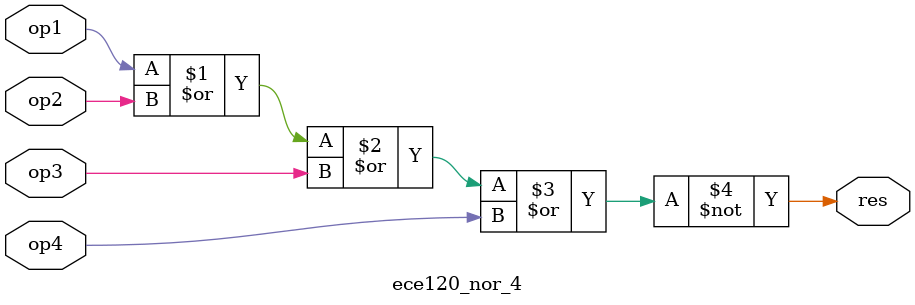
<source format=sv>
module ece120_nor_4(
    input logic op1, op2, op3, op4,
    output logic res
    );
    assign res = ~(op1 | op2 | op3 | op4);
endmodule
</source>
